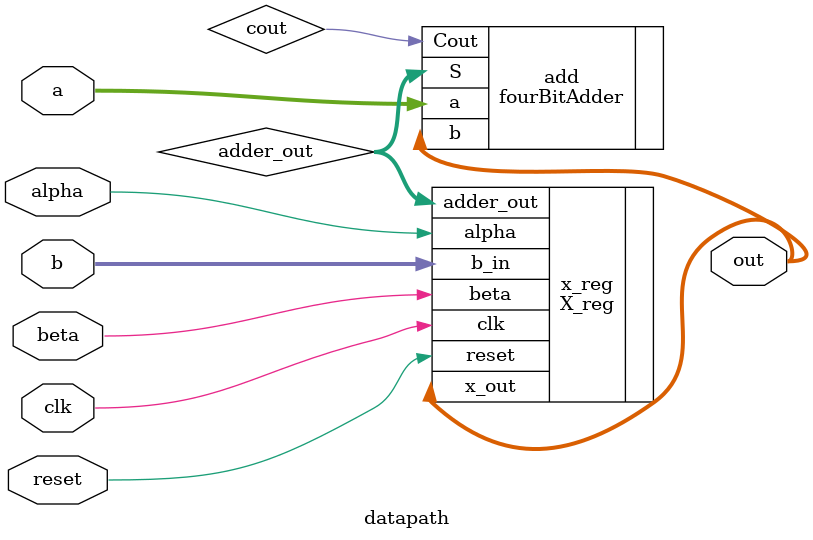
<source format=v>
module datapath(
    input wire[3:0] a,
    input wire[3:0] b,
    input clk, reset, alpha, beta,
    output wire [3:0] out
);
    wire [3:0] adder_out;
    wire cout;

    X_reg x_reg(.adder_out(adder_out), .b_in(b), 
        .alpha(alpha), .beta(beta), .reset(reset),
        .clk(clk), .x_out(out));

    fourBitAdder add(.a(a), .b(out), .S(adder_out), .Cout(cout));
endmodule

</source>
